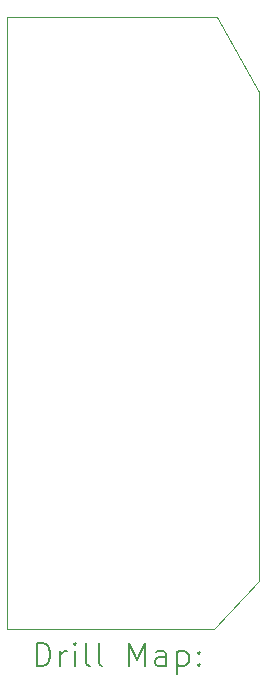
<source format=gbr>
%FSLAX45Y45*%
G04 Gerber Fmt 4.5, Leading zero omitted, Abs format (unit mm)*
G04 Created by KiCad (PCBNEW (6.0.4)) date 2022-12-30 23:34:51*
%MOMM*%
%LPD*%
G01*
G04 APERTURE LIST*
%TA.AperFunction,Profile*%
%ADD10C,0.100000*%
%TD*%
%ADD11C,0.200000*%
G04 APERTURE END LIST*
D10*
X13563600Y-9525000D02*
X13563600Y-9652000D01*
X11430000Y-10287000D02*
X11430000Y-5105400D01*
X13563600Y-9880600D02*
X13182600Y-10287000D01*
X11430000Y-5105400D02*
X13208000Y-5105400D01*
X13182600Y-10287000D02*
X11430000Y-10287000D01*
X13563600Y-6019800D02*
X13563600Y-9525000D01*
X13563600Y-5740400D02*
X13563600Y-6019800D01*
X13563600Y-9652000D02*
X13563600Y-9880600D01*
X13208000Y-5105400D02*
X13563600Y-5740400D01*
D11*
X11682619Y-10602476D02*
X11682619Y-10402476D01*
X11730238Y-10402476D01*
X11758809Y-10412000D01*
X11777857Y-10431048D01*
X11787381Y-10450095D01*
X11796905Y-10488190D01*
X11796905Y-10516762D01*
X11787381Y-10554857D01*
X11777857Y-10573905D01*
X11758809Y-10592952D01*
X11730238Y-10602476D01*
X11682619Y-10602476D01*
X11882619Y-10602476D02*
X11882619Y-10469143D01*
X11882619Y-10507238D02*
X11892143Y-10488190D01*
X11901667Y-10478667D01*
X11920714Y-10469143D01*
X11939762Y-10469143D01*
X12006428Y-10602476D02*
X12006428Y-10469143D01*
X12006428Y-10402476D02*
X11996905Y-10412000D01*
X12006428Y-10421524D01*
X12015952Y-10412000D01*
X12006428Y-10402476D01*
X12006428Y-10421524D01*
X12130238Y-10602476D02*
X12111190Y-10592952D01*
X12101667Y-10573905D01*
X12101667Y-10402476D01*
X12235000Y-10602476D02*
X12215952Y-10592952D01*
X12206428Y-10573905D01*
X12206428Y-10402476D01*
X12463571Y-10602476D02*
X12463571Y-10402476D01*
X12530238Y-10545333D01*
X12596905Y-10402476D01*
X12596905Y-10602476D01*
X12777857Y-10602476D02*
X12777857Y-10497714D01*
X12768333Y-10478667D01*
X12749286Y-10469143D01*
X12711190Y-10469143D01*
X12692143Y-10478667D01*
X12777857Y-10592952D02*
X12758809Y-10602476D01*
X12711190Y-10602476D01*
X12692143Y-10592952D01*
X12682619Y-10573905D01*
X12682619Y-10554857D01*
X12692143Y-10535810D01*
X12711190Y-10526286D01*
X12758809Y-10526286D01*
X12777857Y-10516762D01*
X12873095Y-10469143D02*
X12873095Y-10669143D01*
X12873095Y-10478667D02*
X12892143Y-10469143D01*
X12930238Y-10469143D01*
X12949286Y-10478667D01*
X12958809Y-10488190D01*
X12968333Y-10507238D01*
X12968333Y-10564381D01*
X12958809Y-10583429D01*
X12949286Y-10592952D01*
X12930238Y-10602476D01*
X12892143Y-10602476D01*
X12873095Y-10592952D01*
X13054048Y-10583429D02*
X13063571Y-10592952D01*
X13054048Y-10602476D01*
X13044524Y-10592952D01*
X13054048Y-10583429D01*
X13054048Y-10602476D01*
X13054048Y-10478667D02*
X13063571Y-10488190D01*
X13054048Y-10497714D01*
X13044524Y-10488190D01*
X13054048Y-10478667D01*
X13054048Y-10497714D01*
M02*

</source>
